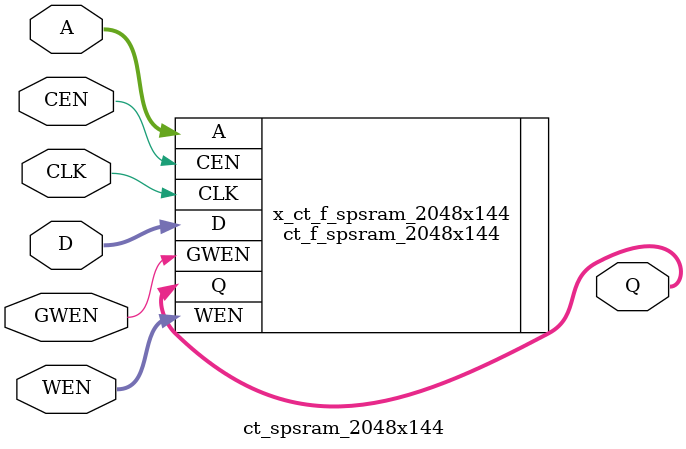
<source format=v>
/*Copyright 2019-2021 T-Head Semiconductor Co., Ltd.

Licensed under the Apache License, Version 2.0 (the "License");
you may not use this file except in compliance with the License.
You may obtain a copy of the License at

    http://www.apache.org/licenses/LICENSE-2.0

Unless required by applicable law or agreed to in writing, software
distributed under the License is distributed on an "AS IS" BASIS,
WITHOUT WARRANTIES OR CONDITIONS OF ANY KIND, either express or implied.
See the License for the specific language governing permissions and
limitations under the License.
*/

// &ModuleBeg; @22
module ct_spsram_2048x144(
  A,
  CEN,
  CLK,
  D,
  GWEN,
  Q,
  WEN
);

// &Ports; @23
input   [10 :0]  A;   
input            CEN; 
input            CLK; 
input   [143:0]  D;   
input            GWEN; 
input   [143:0]  WEN; 
output  [143:0]  Q;   

// &Regs; @24

// &Wires; @25
wire    [10 :0]  A;   
wire             CEN; 
wire             CLK; 
wire    [143:0]  D;   
wire             GWEN; 
wire    [143:0]  Q;   
wire    [143:0]  WEN; 


//**********************************************************
//                  Parameter Definition
//**********************************************************
parameter ADDR_WIDTH = 11;
parameter DATA_WIDTH = 144;
parameter WE_WIDTH   = 144;

// &Force("bus","Q",DATA_WIDTH-1,0); @34
// &Force("bus","WEN",WE_WIDTH-1,0); @35
// &Force("bus","A",ADDR_WIDTH-1,0); @36
// &Force("bus","D",DATA_WIDTH-1,0); @37

  //********************************************************
  //*                        FPGA memory                   *
  //********************************************************
//   &Instance("ct_f_spsram_2048x144"); @43
ct_f_spsram_2048x144  x_ct_f_spsram_2048x144 (
  .A    (A   ),
  .CEN  (CEN ),
  .CLK  (CLK ),
  .D    (D   ),
  .GWEN (GWEN),
  .Q    (Q   ),
  .WEN  (WEN )
);

//   &Instance("ct_tsmc_spsram_2048x144"); @49

// &ModuleEnd; @65
endmodule



</source>
